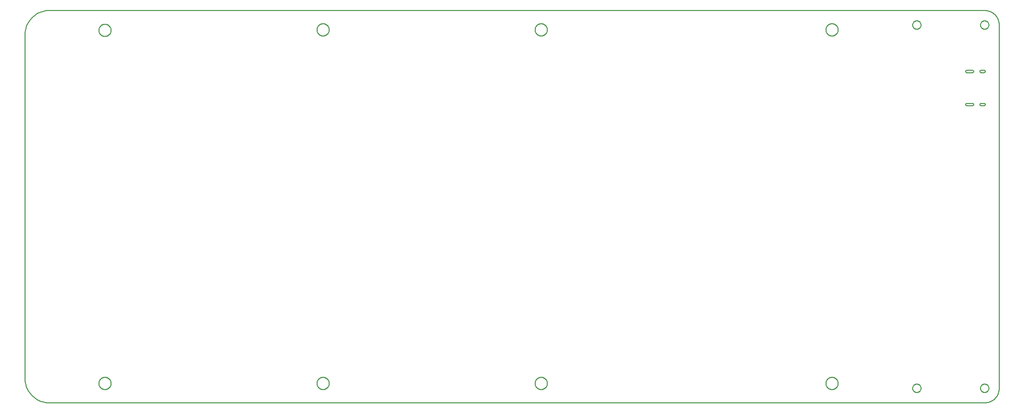
<source format=gbr>
G04 EAGLE Gerber RS-274X export*
G75*
%MOMM*%
%FSLAX34Y34*%
%LPD*%
%IN*%
%IPPOS*%
%AMOC8*
5,1,8,0,0,1.08239X$1,22.5*%
G01*
%ADD10C,0.254000*%


D10*
X0Y63500D02*
X242Y57966D01*
X965Y52473D01*
X2164Y47065D01*
X3830Y41782D01*
X5949Y36664D01*
X8507Y31750D01*
X11484Y27078D01*
X14856Y22683D01*
X18599Y18599D01*
X22683Y14856D01*
X27078Y11484D01*
X31750Y8507D01*
X36664Y5949D01*
X41782Y3830D01*
X47065Y2164D01*
X52473Y965D01*
X57966Y242D01*
X63500Y0D01*
X2514600Y0D01*
X2517921Y145D01*
X2521216Y579D01*
X2524461Y1298D01*
X2527631Y2298D01*
X2530702Y3570D01*
X2533650Y5104D01*
X2536453Y6890D01*
X2539090Y8914D01*
X2541541Y11159D01*
X2543786Y13610D01*
X2545810Y16247D01*
X2547596Y19050D01*
X2549130Y21998D01*
X2550402Y25069D01*
X2551402Y28239D01*
X2552121Y31484D01*
X2552555Y34779D01*
X2552700Y38100D01*
X2552700Y990600D01*
X2552555Y993921D01*
X2552121Y997216D01*
X2551402Y1000461D01*
X2550402Y1003631D01*
X2549130Y1006702D01*
X2547596Y1009650D01*
X2545810Y1012453D01*
X2543786Y1015090D01*
X2541541Y1017541D01*
X2539090Y1019786D01*
X2536453Y1021810D01*
X2533650Y1023596D01*
X2530702Y1025130D01*
X2527631Y1026402D01*
X2524461Y1027402D01*
X2521216Y1028121D01*
X2517921Y1028555D01*
X2514600Y1028700D01*
X63500Y1028700D01*
X57966Y1028458D01*
X52473Y1027735D01*
X47065Y1026536D01*
X41782Y1024870D01*
X36664Y1022751D01*
X31750Y1020193D01*
X27078Y1017216D01*
X22683Y1013844D01*
X18599Y1010101D01*
X14856Y1006017D01*
X11484Y1001622D01*
X8507Y996950D01*
X5949Y992036D01*
X3830Y986918D01*
X2164Y981635D01*
X965Y976227D01*
X242Y970734D01*
X0Y965200D01*
X0Y63500D01*
X2502060Y782250D02*
X2502071Y781989D01*
X2502106Y781729D01*
X2502162Y781474D01*
X2502241Y781224D01*
X2502341Y780982D01*
X2502462Y780750D01*
X2502603Y780529D01*
X2502762Y780322D01*
X2502939Y780129D01*
X2503132Y779952D01*
X2503339Y779793D01*
X2503560Y779652D01*
X2503792Y779531D01*
X2504034Y779431D01*
X2504284Y779352D01*
X2504539Y779296D01*
X2504799Y779261D01*
X2505060Y779250D01*
X2513060Y779250D01*
X2513321Y779261D01*
X2513581Y779296D01*
X2513836Y779352D01*
X2514086Y779431D01*
X2514328Y779531D01*
X2514560Y779652D01*
X2514781Y779793D01*
X2514988Y779952D01*
X2515181Y780129D01*
X2515358Y780322D01*
X2515517Y780529D01*
X2515658Y780750D01*
X2515779Y780982D01*
X2515879Y781224D01*
X2515958Y781474D01*
X2516014Y781729D01*
X2516049Y781989D01*
X2516060Y782250D01*
X2516049Y782511D01*
X2516014Y782771D01*
X2515958Y783026D01*
X2515879Y783276D01*
X2515779Y783518D01*
X2515658Y783750D01*
X2515517Y783971D01*
X2515358Y784178D01*
X2515181Y784371D01*
X2514988Y784548D01*
X2514781Y784707D01*
X2514560Y784848D01*
X2514328Y784969D01*
X2514086Y785069D01*
X2513836Y785148D01*
X2513581Y785204D01*
X2513321Y785239D01*
X2513060Y785250D01*
X2505060Y785250D01*
X2504799Y785239D01*
X2504539Y785204D01*
X2504284Y785148D01*
X2504034Y785069D01*
X2503792Y784969D01*
X2503560Y784848D01*
X2503339Y784707D01*
X2503132Y784548D01*
X2502939Y784371D01*
X2502762Y784178D01*
X2502603Y783971D01*
X2502462Y783750D01*
X2502341Y783518D01*
X2502241Y783276D01*
X2502162Y783026D01*
X2502106Y782771D01*
X2502071Y782511D01*
X2502060Y782250D01*
X2502060Y868750D02*
X2502071Y868489D01*
X2502106Y868229D01*
X2502162Y867974D01*
X2502241Y867724D01*
X2502341Y867482D01*
X2502462Y867250D01*
X2502603Y867029D01*
X2502762Y866822D01*
X2502939Y866629D01*
X2503132Y866452D01*
X2503339Y866293D01*
X2503560Y866152D01*
X2503792Y866031D01*
X2504034Y865931D01*
X2504284Y865852D01*
X2504539Y865796D01*
X2504799Y865761D01*
X2505060Y865750D01*
X2513060Y865750D01*
X2513321Y865761D01*
X2513581Y865796D01*
X2513836Y865852D01*
X2514086Y865931D01*
X2514328Y866031D01*
X2514560Y866152D01*
X2514781Y866293D01*
X2514988Y866452D01*
X2515181Y866629D01*
X2515358Y866822D01*
X2515517Y867029D01*
X2515658Y867250D01*
X2515779Y867482D01*
X2515879Y867724D01*
X2515958Y867974D01*
X2516014Y868229D01*
X2516049Y868489D01*
X2516060Y868750D01*
X2516049Y869011D01*
X2516014Y869271D01*
X2515958Y869526D01*
X2515879Y869776D01*
X2515779Y870018D01*
X2515658Y870250D01*
X2515517Y870471D01*
X2515358Y870678D01*
X2515181Y870871D01*
X2514988Y871048D01*
X2514781Y871207D01*
X2514560Y871348D01*
X2514328Y871469D01*
X2514086Y871569D01*
X2513836Y871648D01*
X2513581Y871704D01*
X2513321Y871739D01*
X2513060Y871750D01*
X2505060Y871750D01*
X2504799Y871739D01*
X2504539Y871704D01*
X2504284Y871648D01*
X2504034Y871569D01*
X2503792Y871469D01*
X2503560Y871348D01*
X2503339Y871207D01*
X2503132Y871048D01*
X2502939Y870871D01*
X2502762Y870678D01*
X2502603Y870471D01*
X2502462Y870250D01*
X2502341Y870018D01*
X2502241Y869776D01*
X2502162Y869526D01*
X2502106Y869271D01*
X2502071Y869011D01*
X2502060Y868750D01*
X2464760Y782250D02*
X2464771Y781989D01*
X2464806Y781729D01*
X2464862Y781474D01*
X2464941Y781224D01*
X2465041Y780982D01*
X2465162Y780750D01*
X2465303Y780529D01*
X2465462Y780322D01*
X2465639Y780129D01*
X2465832Y779952D01*
X2466039Y779793D01*
X2466260Y779652D01*
X2466492Y779531D01*
X2466734Y779431D01*
X2466984Y779352D01*
X2467239Y779296D01*
X2467499Y779261D01*
X2467760Y779250D01*
X2482760Y779250D01*
X2483021Y779261D01*
X2483281Y779296D01*
X2483536Y779352D01*
X2483786Y779431D01*
X2484028Y779531D01*
X2484260Y779652D01*
X2484481Y779793D01*
X2484688Y779952D01*
X2484881Y780129D01*
X2485058Y780322D01*
X2485217Y780529D01*
X2485358Y780750D01*
X2485479Y780982D01*
X2485579Y781224D01*
X2485658Y781474D01*
X2485714Y781729D01*
X2485749Y781989D01*
X2485760Y782250D01*
X2485749Y782511D01*
X2485714Y782771D01*
X2485658Y783026D01*
X2485579Y783276D01*
X2485479Y783518D01*
X2485358Y783750D01*
X2485217Y783971D01*
X2485058Y784178D01*
X2484881Y784371D01*
X2484688Y784548D01*
X2484481Y784707D01*
X2484260Y784848D01*
X2484028Y784969D01*
X2483786Y785069D01*
X2483536Y785148D01*
X2483281Y785204D01*
X2483021Y785239D01*
X2482760Y785250D01*
X2467760Y785250D01*
X2467499Y785239D01*
X2467239Y785204D01*
X2466984Y785148D01*
X2466734Y785069D01*
X2466492Y784969D01*
X2466260Y784848D01*
X2466039Y784707D01*
X2465832Y784548D01*
X2465639Y784371D01*
X2465462Y784178D01*
X2465303Y783971D01*
X2465162Y783750D01*
X2465041Y783518D01*
X2464941Y783276D01*
X2464862Y783026D01*
X2464806Y782771D01*
X2464771Y782511D01*
X2464760Y782250D01*
X2464760Y868750D02*
X2464771Y868489D01*
X2464806Y868229D01*
X2464862Y867974D01*
X2464941Y867724D01*
X2465041Y867482D01*
X2465162Y867250D01*
X2465303Y867029D01*
X2465462Y866822D01*
X2465639Y866629D01*
X2465832Y866452D01*
X2466039Y866293D01*
X2466260Y866152D01*
X2466492Y866031D01*
X2466734Y865931D01*
X2466984Y865852D01*
X2467239Y865796D01*
X2467499Y865761D01*
X2467760Y865750D01*
X2482760Y865750D01*
X2483021Y865761D01*
X2483281Y865796D01*
X2483536Y865852D01*
X2483786Y865931D01*
X2484028Y866031D01*
X2484260Y866152D01*
X2484481Y866293D01*
X2484688Y866452D01*
X2484881Y866629D01*
X2485058Y866822D01*
X2485217Y867029D01*
X2485358Y867250D01*
X2485479Y867482D01*
X2485579Y867724D01*
X2485658Y867974D01*
X2485714Y868229D01*
X2485749Y868489D01*
X2485760Y868750D01*
X2485749Y869011D01*
X2485714Y869271D01*
X2485658Y869526D01*
X2485579Y869776D01*
X2485479Y870018D01*
X2485358Y870250D01*
X2485217Y870471D01*
X2485058Y870678D01*
X2484881Y870871D01*
X2484688Y871048D01*
X2484481Y871207D01*
X2484260Y871348D01*
X2484028Y871469D01*
X2483786Y871569D01*
X2483536Y871648D01*
X2483281Y871704D01*
X2483021Y871739D01*
X2482760Y871750D01*
X2467760Y871750D01*
X2467499Y871739D01*
X2467239Y871704D01*
X2466984Y871648D01*
X2466734Y871569D01*
X2466492Y871469D01*
X2466260Y871348D01*
X2466039Y871207D01*
X2465832Y871048D01*
X2465639Y870871D01*
X2465462Y870678D01*
X2465303Y870471D01*
X2465162Y870250D01*
X2465041Y870018D01*
X2464941Y869776D01*
X2464862Y869526D01*
X2464806Y869271D01*
X2464771Y869011D01*
X2464760Y868750D01*
X225550Y50276D02*
X225482Y49231D01*
X225345Y48192D01*
X225140Y47165D01*
X224869Y46153D01*
X224533Y45161D01*
X224132Y44193D01*
X223668Y43254D01*
X223145Y42346D01*
X222563Y41475D01*
X221925Y40644D01*
X221234Y39857D01*
X220493Y39116D01*
X219706Y38425D01*
X218875Y37788D01*
X218004Y37206D01*
X217096Y36682D01*
X216157Y36218D01*
X215189Y35817D01*
X214197Y35481D01*
X213185Y35210D01*
X212158Y35005D01*
X211119Y34869D01*
X210074Y34800D01*
X209026Y34800D01*
X207981Y34869D01*
X206942Y35005D01*
X205915Y35210D01*
X204903Y35481D01*
X203911Y35817D01*
X202943Y36218D01*
X202004Y36682D01*
X201096Y37206D01*
X200225Y37788D01*
X199394Y38425D01*
X198607Y39116D01*
X197866Y39857D01*
X197175Y40644D01*
X196538Y41475D01*
X195956Y42346D01*
X195432Y43254D01*
X194968Y44193D01*
X194567Y45161D01*
X194231Y46153D01*
X193960Y47165D01*
X193755Y48192D01*
X193619Y49231D01*
X193550Y50276D01*
X193550Y51324D01*
X193619Y52369D01*
X193755Y53408D01*
X193960Y54435D01*
X194231Y55447D01*
X194567Y56439D01*
X194968Y57407D01*
X195432Y58346D01*
X195956Y59254D01*
X196538Y60125D01*
X197175Y60956D01*
X197866Y61743D01*
X198607Y62484D01*
X199394Y63175D01*
X200225Y63813D01*
X201096Y64395D01*
X202004Y64918D01*
X202943Y65382D01*
X203911Y65783D01*
X204903Y66119D01*
X205915Y66390D01*
X206942Y66595D01*
X207981Y66732D01*
X209026Y66800D01*
X210074Y66800D01*
X211119Y66732D01*
X212158Y66595D01*
X213185Y66390D01*
X214197Y66119D01*
X215189Y65783D01*
X216157Y65382D01*
X217096Y64918D01*
X218004Y64395D01*
X218875Y63813D01*
X219706Y63175D01*
X220493Y62484D01*
X221234Y61743D01*
X221925Y60956D01*
X222563Y60125D01*
X223145Y59254D01*
X223668Y58346D01*
X224132Y57407D01*
X224533Y56439D01*
X224869Y55447D01*
X225140Y54435D01*
X225345Y53408D01*
X225482Y52369D01*
X225550Y51324D01*
X225550Y50276D01*
X225550Y976106D02*
X225482Y975061D01*
X225345Y974022D01*
X225140Y972995D01*
X224869Y971983D01*
X224533Y970991D01*
X224132Y970023D01*
X223668Y969084D01*
X223145Y968176D01*
X222563Y967305D01*
X221925Y966474D01*
X221234Y965687D01*
X220493Y964946D01*
X219706Y964255D01*
X218875Y963618D01*
X218004Y963036D01*
X217096Y962512D01*
X216157Y962048D01*
X215189Y961647D01*
X214197Y961311D01*
X213185Y961040D01*
X212158Y960835D01*
X211119Y960699D01*
X210074Y960630D01*
X209026Y960630D01*
X207981Y960699D01*
X206942Y960835D01*
X205915Y961040D01*
X204903Y961311D01*
X203911Y961647D01*
X202943Y962048D01*
X202004Y962512D01*
X201096Y963036D01*
X200225Y963618D01*
X199394Y964255D01*
X198607Y964946D01*
X197866Y965687D01*
X197175Y966474D01*
X196538Y967305D01*
X195956Y968176D01*
X195432Y969084D01*
X194968Y970023D01*
X194567Y970991D01*
X194231Y971983D01*
X193960Y972995D01*
X193755Y974022D01*
X193619Y975061D01*
X193550Y976106D01*
X193550Y977154D01*
X193619Y978199D01*
X193755Y979238D01*
X193960Y980265D01*
X194231Y981277D01*
X194567Y982269D01*
X194968Y983237D01*
X195432Y984176D01*
X195956Y985084D01*
X196538Y985955D01*
X197175Y986786D01*
X197866Y987573D01*
X198607Y988314D01*
X199394Y989005D01*
X200225Y989643D01*
X201096Y990225D01*
X202004Y990748D01*
X202943Y991212D01*
X203911Y991613D01*
X204903Y991949D01*
X205915Y992220D01*
X206942Y992425D01*
X207981Y992562D01*
X209026Y992630D01*
X210074Y992630D01*
X211119Y992562D01*
X212158Y992425D01*
X213185Y992220D01*
X214197Y991949D01*
X215189Y991613D01*
X216157Y991212D01*
X217096Y990748D01*
X218004Y990225D01*
X218875Y989643D01*
X219706Y989005D01*
X220493Y988314D01*
X221234Y987573D01*
X221925Y986786D01*
X222563Y985955D01*
X223145Y985084D01*
X223668Y984176D01*
X224132Y983237D01*
X224533Y982269D01*
X224869Y981277D01*
X225140Y980265D01*
X225345Y979238D01*
X225482Y978199D01*
X225550Y977154D01*
X225550Y976106D01*
X2130550Y977376D02*
X2130482Y976331D01*
X2130345Y975292D01*
X2130140Y974265D01*
X2129869Y973253D01*
X2129533Y972261D01*
X2129132Y971293D01*
X2128668Y970354D01*
X2128145Y969446D01*
X2127563Y968575D01*
X2126925Y967744D01*
X2126234Y966957D01*
X2125493Y966216D01*
X2124706Y965525D01*
X2123875Y964888D01*
X2123004Y964306D01*
X2122096Y963782D01*
X2121157Y963318D01*
X2120189Y962917D01*
X2119197Y962581D01*
X2118185Y962310D01*
X2117158Y962105D01*
X2116119Y961969D01*
X2115074Y961900D01*
X2114026Y961900D01*
X2112981Y961969D01*
X2111942Y962105D01*
X2110915Y962310D01*
X2109903Y962581D01*
X2108911Y962917D01*
X2107943Y963318D01*
X2107004Y963782D01*
X2106096Y964306D01*
X2105225Y964888D01*
X2104394Y965525D01*
X2103607Y966216D01*
X2102866Y966957D01*
X2102175Y967744D01*
X2101538Y968575D01*
X2100956Y969446D01*
X2100432Y970354D01*
X2099968Y971293D01*
X2099567Y972261D01*
X2099231Y973253D01*
X2098960Y974265D01*
X2098755Y975292D01*
X2098619Y976331D01*
X2098550Y977376D01*
X2098550Y978424D01*
X2098619Y979469D01*
X2098755Y980508D01*
X2098960Y981535D01*
X2099231Y982547D01*
X2099567Y983539D01*
X2099968Y984507D01*
X2100432Y985446D01*
X2100956Y986354D01*
X2101538Y987225D01*
X2102175Y988056D01*
X2102866Y988843D01*
X2103607Y989584D01*
X2104394Y990275D01*
X2105225Y990913D01*
X2106096Y991495D01*
X2107004Y992018D01*
X2107943Y992482D01*
X2108911Y992883D01*
X2109903Y993219D01*
X2110915Y993490D01*
X2111942Y993695D01*
X2112981Y993832D01*
X2114026Y993900D01*
X2115074Y993900D01*
X2116119Y993832D01*
X2117158Y993695D01*
X2118185Y993490D01*
X2119197Y993219D01*
X2120189Y992883D01*
X2121157Y992482D01*
X2122096Y992018D01*
X2123004Y991495D01*
X2123875Y990913D01*
X2124706Y990275D01*
X2125493Y989584D01*
X2126234Y988843D01*
X2126925Y988056D01*
X2127563Y987225D01*
X2128145Y986354D01*
X2128668Y985446D01*
X2129132Y984507D01*
X2129533Y983539D01*
X2129869Y982547D01*
X2130140Y981535D01*
X2130345Y980508D01*
X2130482Y979469D01*
X2130550Y978424D01*
X2130550Y977376D01*
X2130550Y50276D02*
X2130482Y49231D01*
X2130345Y48192D01*
X2130140Y47165D01*
X2129869Y46153D01*
X2129533Y45161D01*
X2129132Y44193D01*
X2128668Y43254D01*
X2128145Y42346D01*
X2127563Y41475D01*
X2126925Y40644D01*
X2126234Y39857D01*
X2125493Y39116D01*
X2124706Y38425D01*
X2123875Y37788D01*
X2123004Y37206D01*
X2122096Y36682D01*
X2121157Y36218D01*
X2120189Y35817D01*
X2119197Y35481D01*
X2118185Y35210D01*
X2117158Y35005D01*
X2116119Y34869D01*
X2115074Y34800D01*
X2114026Y34800D01*
X2112981Y34869D01*
X2111942Y35005D01*
X2110915Y35210D01*
X2109903Y35481D01*
X2108911Y35817D01*
X2107943Y36218D01*
X2107004Y36682D01*
X2106096Y37206D01*
X2105225Y37788D01*
X2104394Y38425D01*
X2103607Y39116D01*
X2102866Y39857D01*
X2102175Y40644D01*
X2101538Y41475D01*
X2100956Y42346D01*
X2100432Y43254D01*
X2099968Y44193D01*
X2099567Y45161D01*
X2099231Y46153D01*
X2098960Y47165D01*
X2098755Y48192D01*
X2098619Y49231D01*
X2098550Y50276D01*
X2098550Y51324D01*
X2098619Y52369D01*
X2098755Y53408D01*
X2098960Y54435D01*
X2099231Y55447D01*
X2099567Y56439D01*
X2099968Y57407D01*
X2100432Y58346D01*
X2100956Y59254D01*
X2101538Y60125D01*
X2102175Y60956D01*
X2102866Y61743D01*
X2103607Y62484D01*
X2104394Y63175D01*
X2105225Y63813D01*
X2106096Y64395D01*
X2107004Y64918D01*
X2107943Y65382D01*
X2108911Y65783D01*
X2109903Y66119D01*
X2110915Y66390D01*
X2111942Y66595D01*
X2112981Y66732D01*
X2114026Y66800D01*
X2115074Y66800D01*
X2116119Y66732D01*
X2117158Y66595D01*
X2118185Y66390D01*
X2119197Y66119D01*
X2120189Y65783D01*
X2121157Y65382D01*
X2122096Y64918D01*
X2123004Y64395D01*
X2123875Y63813D01*
X2124706Y63175D01*
X2125493Y62484D01*
X2126234Y61743D01*
X2126925Y60956D01*
X2127563Y60125D01*
X2128145Y59254D01*
X2128668Y58346D01*
X2129132Y57407D01*
X2129533Y56439D01*
X2129869Y55447D01*
X2130140Y54435D01*
X2130345Y53408D01*
X2130482Y52369D01*
X2130550Y51324D01*
X2130550Y50276D01*
X2525600Y990168D02*
X2525532Y989306D01*
X2525397Y988452D01*
X2525195Y987612D01*
X2524928Y986790D01*
X2524597Y985991D01*
X2524205Y985221D01*
X2523753Y984484D01*
X2523245Y983785D01*
X2522684Y983127D01*
X2522073Y982516D01*
X2521415Y981955D01*
X2520716Y981447D01*
X2519979Y980995D01*
X2519209Y980603D01*
X2518410Y980272D01*
X2517588Y980005D01*
X2516748Y979803D01*
X2515894Y979668D01*
X2515032Y979600D01*
X2514168Y979600D01*
X2513306Y979668D01*
X2512452Y979803D01*
X2511612Y980005D01*
X2510790Y980272D01*
X2509991Y980603D01*
X2509221Y980995D01*
X2508484Y981447D01*
X2507785Y981955D01*
X2507127Y982516D01*
X2506516Y983127D01*
X2505955Y983785D01*
X2505447Y984484D01*
X2504995Y985221D01*
X2504603Y985991D01*
X2504272Y986790D01*
X2504005Y987612D01*
X2503803Y988452D01*
X2503668Y989306D01*
X2503600Y990168D01*
X2503600Y991032D01*
X2503668Y991894D01*
X2503803Y992748D01*
X2504005Y993588D01*
X2504272Y994410D01*
X2504603Y995209D01*
X2504995Y995979D01*
X2505447Y996716D01*
X2505955Y997415D01*
X2506516Y998073D01*
X2507127Y998684D01*
X2507785Y999245D01*
X2508484Y999753D01*
X2509221Y1000205D01*
X2509991Y1000597D01*
X2510790Y1000928D01*
X2511612Y1001195D01*
X2512452Y1001397D01*
X2513306Y1001532D01*
X2514168Y1001600D01*
X2515032Y1001600D01*
X2515894Y1001532D01*
X2516748Y1001397D01*
X2517588Y1001195D01*
X2518410Y1000928D01*
X2519209Y1000597D01*
X2519979Y1000205D01*
X2520716Y999753D01*
X2521415Y999245D01*
X2522073Y998684D01*
X2522684Y998073D01*
X2523245Y997415D01*
X2523753Y996716D01*
X2524205Y995979D01*
X2524597Y995209D01*
X2524928Y994410D01*
X2525195Y993588D01*
X2525397Y992748D01*
X2525532Y991894D01*
X2525600Y991032D01*
X2525600Y990168D01*
X2347800Y990168D02*
X2347732Y989306D01*
X2347597Y988452D01*
X2347395Y987612D01*
X2347128Y986790D01*
X2346797Y985991D01*
X2346405Y985221D01*
X2345953Y984484D01*
X2345445Y983785D01*
X2344884Y983127D01*
X2344273Y982516D01*
X2343615Y981955D01*
X2342916Y981447D01*
X2342179Y980995D01*
X2341409Y980603D01*
X2340610Y980272D01*
X2339788Y980005D01*
X2338948Y979803D01*
X2338094Y979668D01*
X2337232Y979600D01*
X2336368Y979600D01*
X2335506Y979668D01*
X2334652Y979803D01*
X2333812Y980005D01*
X2332990Y980272D01*
X2332191Y980603D01*
X2331421Y980995D01*
X2330684Y981447D01*
X2329985Y981955D01*
X2329327Y982516D01*
X2328716Y983127D01*
X2328155Y983785D01*
X2327647Y984484D01*
X2327195Y985221D01*
X2326803Y985991D01*
X2326472Y986790D01*
X2326205Y987612D01*
X2326003Y988452D01*
X2325868Y989306D01*
X2325800Y990168D01*
X2325800Y991032D01*
X2325868Y991894D01*
X2326003Y992748D01*
X2326205Y993588D01*
X2326472Y994410D01*
X2326803Y995209D01*
X2327195Y995979D01*
X2327647Y996716D01*
X2328155Y997415D01*
X2328716Y998073D01*
X2329327Y998684D01*
X2329985Y999245D01*
X2330684Y999753D01*
X2331421Y1000205D01*
X2332191Y1000597D01*
X2332990Y1000928D01*
X2333812Y1001195D01*
X2334652Y1001397D01*
X2335506Y1001532D01*
X2336368Y1001600D01*
X2337232Y1001600D01*
X2338094Y1001532D01*
X2338948Y1001397D01*
X2339788Y1001195D01*
X2340610Y1000928D01*
X2341409Y1000597D01*
X2342179Y1000205D01*
X2342916Y999753D01*
X2343615Y999245D01*
X2344273Y998684D01*
X2344884Y998073D01*
X2345445Y997415D01*
X2345953Y996716D01*
X2346405Y995979D01*
X2346797Y995209D01*
X2347128Y994410D01*
X2347395Y993588D01*
X2347597Y992748D01*
X2347732Y991894D01*
X2347800Y991032D01*
X2347800Y990168D01*
X2347800Y37668D02*
X2347732Y36806D01*
X2347597Y35952D01*
X2347395Y35112D01*
X2347128Y34290D01*
X2346797Y33491D01*
X2346405Y32721D01*
X2345953Y31984D01*
X2345445Y31285D01*
X2344884Y30627D01*
X2344273Y30016D01*
X2343615Y29455D01*
X2342916Y28947D01*
X2342179Y28495D01*
X2341409Y28103D01*
X2340610Y27772D01*
X2339788Y27505D01*
X2338948Y27303D01*
X2338094Y27168D01*
X2337232Y27100D01*
X2336368Y27100D01*
X2335506Y27168D01*
X2334652Y27303D01*
X2333812Y27505D01*
X2332990Y27772D01*
X2332191Y28103D01*
X2331421Y28495D01*
X2330684Y28947D01*
X2329985Y29455D01*
X2329327Y30016D01*
X2328716Y30627D01*
X2328155Y31285D01*
X2327647Y31984D01*
X2327195Y32721D01*
X2326803Y33491D01*
X2326472Y34290D01*
X2326205Y35112D01*
X2326003Y35952D01*
X2325868Y36806D01*
X2325800Y37668D01*
X2325800Y38532D01*
X2325868Y39394D01*
X2326003Y40248D01*
X2326205Y41088D01*
X2326472Y41910D01*
X2326803Y42709D01*
X2327195Y43479D01*
X2327647Y44216D01*
X2328155Y44915D01*
X2328716Y45573D01*
X2329327Y46184D01*
X2329985Y46745D01*
X2330684Y47253D01*
X2331421Y47705D01*
X2332191Y48097D01*
X2332990Y48428D01*
X2333812Y48695D01*
X2334652Y48897D01*
X2335506Y49032D01*
X2336368Y49100D01*
X2337232Y49100D01*
X2338094Y49032D01*
X2338948Y48897D01*
X2339788Y48695D01*
X2340610Y48428D01*
X2341409Y48097D01*
X2342179Y47705D01*
X2342916Y47253D01*
X2343615Y46745D01*
X2344273Y46184D01*
X2344884Y45573D01*
X2345445Y44915D01*
X2345953Y44216D01*
X2346405Y43479D01*
X2346797Y42709D01*
X2347128Y41910D01*
X2347395Y41088D01*
X2347597Y40248D01*
X2347732Y39394D01*
X2347800Y38532D01*
X2347800Y37668D01*
X2525600Y37668D02*
X2525532Y36806D01*
X2525397Y35952D01*
X2525195Y35112D01*
X2524928Y34290D01*
X2524597Y33491D01*
X2524205Y32721D01*
X2523753Y31984D01*
X2523245Y31285D01*
X2522684Y30627D01*
X2522073Y30016D01*
X2521415Y29455D01*
X2520716Y28947D01*
X2519979Y28495D01*
X2519209Y28103D01*
X2518410Y27772D01*
X2517588Y27505D01*
X2516748Y27303D01*
X2515894Y27168D01*
X2515032Y27100D01*
X2514168Y27100D01*
X2513306Y27168D01*
X2512452Y27303D01*
X2511612Y27505D01*
X2510790Y27772D01*
X2509991Y28103D01*
X2509221Y28495D01*
X2508484Y28947D01*
X2507785Y29455D01*
X2507127Y30016D01*
X2506516Y30627D01*
X2505955Y31285D01*
X2505447Y31984D01*
X2504995Y32721D01*
X2504603Y33491D01*
X2504272Y34290D01*
X2504005Y35112D01*
X2503803Y35952D01*
X2503668Y36806D01*
X2503600Y37668D01*
X2503600Y38532D01*
X2503668Y39394D01*
X2503803Y40248D01*
X2504005Y41088D01*
X2504272Y41910D01*
X2504603Y42709D01*
X2504995Y43479D01*
X2505447Y44216D01*
X2505955Y44915D01*
X2506516Y45573D01*
X2507127Y46184D01*
X2507785Y46745D01*
X2508484Y47253D01*
X2509221Y47705D01*
X2509991Y48097D01*
X2510790Y48428D01*
X2511612Y48695D01*
X2512452Y48897D01*
X2513306Y49032D01*
X2514168Y49100D01*
X2515032Y49100D01*
X2515894Y49032D01*
X2516748Y48897D01*
X2517588Y48695D01*
X2518410Y48428D01*
X2519209Y48097D01*
X2519979Y47705D01*
X2520716Y47253D01*
X2521415Y46745D01*
X2522073Y46184D01*
X2522684Y45573D01*
X2523245Y44915D01*
X2523753Y44216D01*
X2524205Y43479D01*
X2524597Y42709D01*
X2524928Y41910D01*
X2525195Y41088D01*
X2525397Y40248D01*
X2525532Y39394D01*
X2525600Y38532D01*
X2525600Y37668D01*
X797050Y50276D02*
X796982Y49231D01*
X796845Y48192D01*
X796640Y47165D01*
X796369Y46153D01*
X796033Y45161D01*
X795632Y44193D01*
X795168Y43254D01*
X794645Y42346D01*
X794063Y41475D01*
X793425Y40644D01*
X792734Y39857D01*
X791993Y39116D01*
X791206Y38425D01*
X790375Y37788D01*
X789504Y37206D01*
X788596Y36682D01*
X787657Y36218D01*
X786689Y35817D01*
X785697Y35481D01*
X784685Y35210D01*
X783658Y35005D01*
X782619Y34869D01*
X781574Y34800D01*
X780526Y34800D01*
X779481Y34869D01*
X778442Y35005D01*
X777415Y35210D01*
X776403Y35481D01*
X775411Y35817D01*
X774443Y36218D01*
X773504Y36682D01*
X772596Y37206D01*
X771725Y37788D01*
X770894Y38425D01*
X770107Y39116D01*
X769366Y39857D01*
X768675Y40644D01*
X768038Y41475D01*
X767456Y42346D01*
X766932Y43254D01*
X766468Y44193D01*
X766067Y45161D01*
X765731Y46153D01*
X765460Y47165D01*
X765255Y48192D01*
X765119Y49231D01*
X765050Y50276D01*
X765050Y51324D01*
X765119Y52369D01*
X765255Y53408D01*
X765460Y54435D01*
X765731Y55447D01*
X766067Y56439D01*
X766468Y57407D01*
X766932Y58346D01*
X767456Y59254D01*
X768038Y60125D01*
X768675Y60956D01*
X769366Y61743D01*
X770107Y62484D01*
X770894Y63175D01*
X771725Y63813D01*
X772596Y64395D01*
X773504Y64918D01*
X774443Y65382D01*
X775411Y65783D01*
X776403Y66119D01*
X777415Y66390D01*
X778442Y66595D01*
X779481Y66732D01*
X780526Y66800D01*
X781574Y66800D01*
X782619Y66732D01*
X783658Y66595D01*
X784685Y66390D01*
X785697Y66119D01*
X786689Y65783D01*
X787657Y65382D01*
X788596Y64918D01*
X789504Y64395D01*
X790375Y63813D01*
X791206Y63175D01*
X791993Y62484D01*
X792734Y61743D01*
X793425Y60956D01*
X794063Y60125D01*
X794645Y59254D01*
X795168Y58346D01*
X795632Y57407D01*
X796033Y56439D01*
X796369Y55447D01*
X796640Y54435D01*
X796845Y53408D01*
X796982Y52369D01*
X797050Y51324D01*
X797050Y50276D01*
X1368550Y50276D02*
X1368482Y49231D01*
X1368345Y48192D01*
X1368140Y47165D01*
X1367869Y46153D01*
X1367533Y45161D01*
X1367132Y44193D01*
X1366668Y43254D01*
X1366145Y42346D01*
X1365563Y41475D01*
X1364925Y40644D01*
X1364234Y39857D01*
X1363493Y39116D01*
X1362706Y38425D01*
X1361875Y37788D01*
X1361004Y37206D01*
X1360096Y36682D01*
X1359157Y36218D01*
X1358189Y35817D01*
X1357197Y35481D01*
X1356185Y35210D01*
X1355158Y35005D01*
X1354119Y34869D01*
X1353074Y34800D01*
X1352026Y34800D01*
X1350981Y34869D01*
X1349942Y35005D01*
X1348915Y35210D01*
X1347903Y35481D01*
X1346911Y35817D01*
X1345943Y36218D01*
X1345004Y36682D01*
X1344096Y37206D01*
X1343225Y37788D01*
X1342394Y38425D01*
X1341607Y39116D01*
X1340866Y39857D01*
X1340175Y40644D01*
X1339538Y41475D01*
X1338956Y42346D01*
X1338432Y43254D01*
X1337968Y44193D01*
X1337567Y45161D01*
X1337231Y46153D01*
X1336960Y47165D01*
X1336755Y48192D01*
X1336619Y49231D01*
X1336550Y50276D01*
X1336550Y51324D01*
X1336619Y52369D01*
X1336755Y53408D01*
X1336960Y54435D01*
X1337231Y55447D01*
X1337567Y56439D01*
X1337968Y57407D01*
X1338432Y58346D01*
X1338956Y59254D01*
X1339538Y60125D01*
X1340175Y60956D01*
X1340866Y61743D01*
X1341607Y62484D01*
X1342394Y63175D01*
X1343225Y63813D01*
X1344096Y64395D01*
X1345004Y64918D01*
X1345943Y65382D01*
X1346911Y65783D01*
X1347903Y66119D01*
X1348915Y66390D01*
X1349942Y66595D01*
X1350981Y66732D01*
X1352026Y66800D01*
X1353074Y66800D01*
X1354119Y66732D01*
X1355158Y66595D01*
X1356185Y66390D01*
X1357197Y66119D01*
X1358189Y65783D01*
X1359157Y65382D01*
X1360096Y64918D01*
X1361004Y64395D01*
X1361875Y63813D01*
X1362706Y63175D01*
X1363493Y62484D01*
X1364234Y61743D01*
X1364925Y60956D01*
X1365563Y60125D01*
X1366145Y59254D01*
X1366668Y58346D01*
X1367132Y57407D01*
X1367533Y56439D01*
X1367869Y55447D01*
X1368140Y54435D01*
X1368345Y53408D01*
X1368482Y52369D01*
X1368550Y51324D01*
X1368550Y50276D01*
X797050Y977376D02*
X796982Y976331D01*
X796845Y975292D01*
X796640Y974265D01*
X796369Y973253D01*
X796033Y972261D01*
X795632Y971293D01*
X795168Y970354D01*
X794645Y969446D01*
X794063Y968575D01*
X793425Y967744D01*
X792734Y966957D01*
X791993Y966216D01*
X791206Y965525D01*
X790375Y964888D01*
X789504Y964306D01*
X788596Y963782D01*
X787657Y963318D01*
X786689Y962917D01*
X785697Y962581D01*
X784685Y962310D01*
X783658Y962105D01*
X782619Y961969D01*
X781574Y961900D01*
X780526Y961900D01*
X779481Y961969D01*
X778442Y962105D01*
X777415Y962310D01*
X776403Y962581D01*
X775411Y962917D01*
X774443Y963318D01*
X773504Y963782D01*
X772596Y964306D01*
X771725Y964888D01*
X770894Y965525D01*
X770107Y966216D01*
X769366Y966957D01*
X768675Y967744D01*
X768038Y968575D01*
X767456Y969446D01*
X766932Y970354D01*
X766468Y971293D01*
X766067Y972261D01*
X765731Y973253D01*
X765460Y974265D01*
X765255Y975292D01*
X765119Y976331D01*
X765050Y977376D01*
X765050Y978424D01*
X765119Y979469D01*
X765255Y980508D01*
X765460Y981535D01*
X765731Y982547D01*
X766067Y983539D01*
X766468Y984507D01*
X766932Y985446D01*
X767456Y986354D01*
X768038Y987225D01*
X768675Y988056D01*
X769366Y988843D01*
X770107Y989584D01*
X770894Y990275D01*
X771725Y990913D01*
X772596Y991495D01*
X773504Y992018D01*
X774443Y992482D01*
X775411Y992883D01*
X776403Y993219D01*
X777415Y993490D01*
X778442Y993695D01*
X779481Y993832D01*
X780526Y993900D01*
X781574Y993900D01*
X782619Y993832D01*
X783658Y993695D01*
X784685Y993490D01*
X785697Y993219D01*
X786689Y992883D01*
X787657Y992482D01*
X788596Y992018D01*
X789504Y991495D01*
X790375Y990913D01*
X791206Y990275D01*
X791993Y989584D01*
X792734Y988843D01*
X793425Y988056D01*
X794063Y987225D01*
X794645Y986354D01*
X795168Y985446D01*
X795632Y984507D01*
X796033Y983539D01*
X796369Y982547D01*
X796640Y981535D01*
X796845Y980508D01*
X796982Y979469D01*
X797050Y978424D01*
X797050Y977376D01*
X1368550Y977376D02*
X1368482Y976331D01*
X1368345Y975292D01*
X1368140Y974265D01*
X1367869Y973253D01*
X1367533Y972261D01*
X1367132Y971293D01*
X1366668Y970354D01*
X1366145Y969446D01*
X1365563Y968575D01*
X1364925Y967744D01*
X1364234Y966957D01*
X1363493Y966216D01*
X1362706Y965525D01*
X1361875Y964888D01*
X1361004Y964306D01*
X1360096Y963782D01*
X1359157Y963318D01*
X1358189Y962917D01*
X1357197Y962581D01*
X1356185Y962310D01*
X1355158Y962105D01*
X1354119Y961969D01*
X1353074Y961900D01*
X1352026Y961900D01*
X1350981Y961969D01*
X1349942Y962105D01*
X1348915Y962310D01*
X1347903Y962581D01*
X1346911Y962917D01*
X1345943Y963318D01*
X1345004Y963782D01*
X1344096Y964306D01*
X1343225Y964888D01*
X1342394Y965525D01*
X1341607Y966216D01*
X1340866Y966957D01*
X1340175Y967744D01*
X1339538Y968575D01*
X1338956Y969446D01*
X1338432Y970354D01*
X1337968Y971293D01*
X1337567Y972261D01*
X1337231Y973253D01*
X1336960Y974265D01*
X1336755Y975292D01*
X1336619Y976331D01*
X1336550Y977376D01*
X1336550Y978424D01*
X1336619Y979469D01*
X1336755Y980508D01*
X1336960Y981535D01*
X1337231Y982547D01*
X1337567Y983539D01*
X1337968Y984507D01*
X1338432Y985446D01*
X1338956Y986354D01*
X1339538Y987225D01*
X1340175Y988056D01*
X1340866Y988843D01*
X1341607Y989584D01*
X1342394Y990275D01*
X1343225Y990913D01*
X1344096Y991495D01*
X1345004Y992018D01*
X1345943Y992482D01*
X1346911Y992883D01*
X1347903Y993219D01*
X1348915Y993490D01*
X1349942Y993695D01*
X1350981Y993832D01*
X1352026Y993900D01*
X1353074Y993900D01*
X1354119Y993832D01*
X1355158Y993695D01*
X1356185Y993490D01*
X1357197Y993219D01*
X1358189Y992883D01*
X1359157Y992482D01*
X1360096Y992018D01*
X1361004Y991495D01*
X1361875Y990913D01*
X1362706Y990275D01*
X1363493Y989584D01*
X1364234Y988843D01*
X1364925Y988056D01*
X1365563Y987225D01*
X1366145Y986354D01*
X1366668Y985446D01*
X1367132Y984507D01*
X1367533Y983539D01*
X1367869Y982547D01*
X1368140Y981535D01*
X1368345Y980508D01*
X1368482Y979469D01*
X1368550Y978424D01*
X1368550Y977376D01*
M02*

</source>
